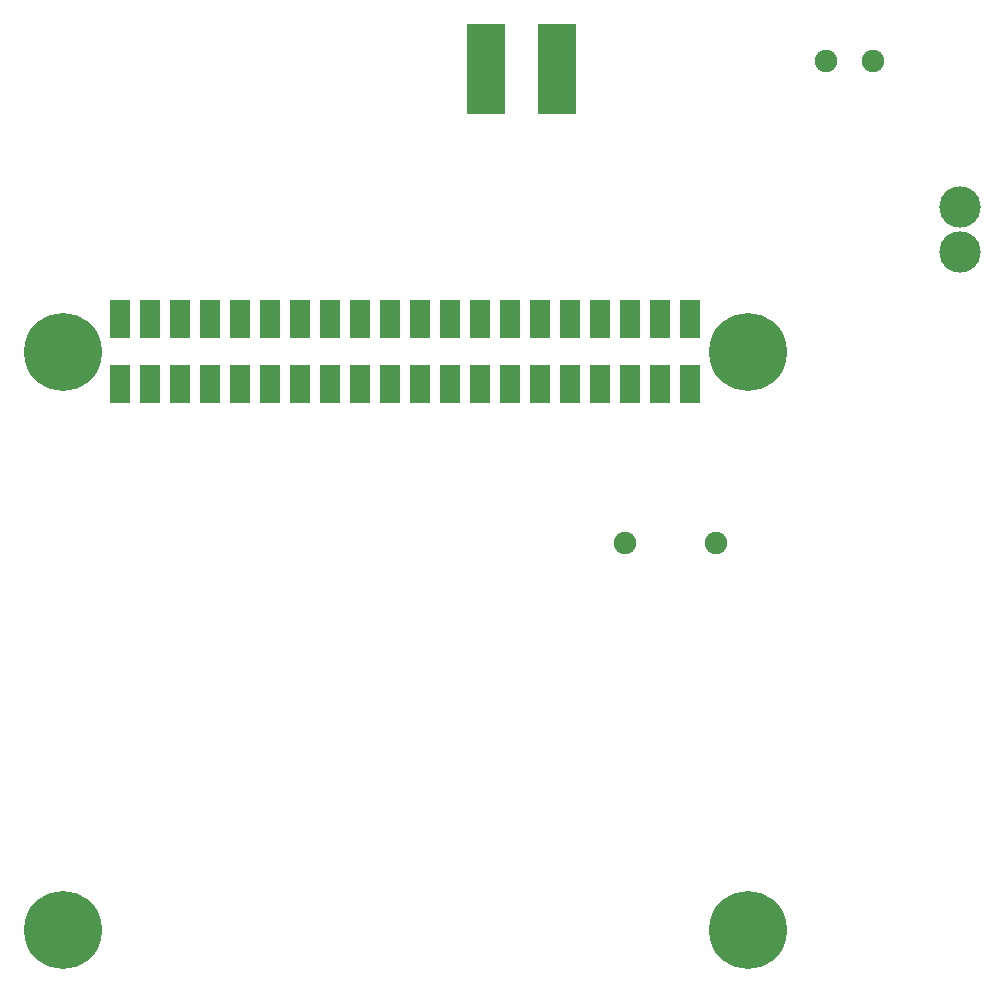
<source format=gbs>
G04 project-name*
%FSLAX35Y35*%
%MOMM*%
G04 rpi.3v3(1)*
%LPD*%
%ADD10R,1.7X3.3000000000000003*%
D10*
X864955Y16125542D02*
D03*

G04 rpi.2(3)*
%LPD*%
D10*
X1118955Y16125542D02*
D03*

G04 rpi.3(5)*
%LPD*%
D10*
X1372955Y16125542D02*
D03*

G04 rpi.4(7)*
%LPD*%
D10*
X1626955Y16125542D02*
D03*

G04 rpi.gnd1(9)*
%LPD*%
D10*
X1880955Y16125542D02*
D03*

G04 rpi.17(11)*
%LPD*%
D10*
X2134955Y16125542D02*
D03*

G04 rpi.27(13)*
%LPD*%
D10*
X2388955Y16125542D02*
D03*

G04 rpi.22(15)*
%LPD*%
D10*
X2642955Y16125542D02*
D03*

G04 rpi.3v3(17)*
%LPD*%
D10*
X2896955Y16125542D02*
D03*

G04 rpi.10(19)*
%LPD*%
D10*
X3150955Y16125542D02*
D03*

G04 rpi.9(21)*
%LPD*%
D10*
X3404955Y16125542D02*
D03*

G04 rpi.11(23)*
%LPD*%
D10*
X3658955Y16125542D02*
D03*

G04 rpi.gnd2(25)*
%LPD*%
D10*
X3912955Y16125542D02*
D03*

G04 rpi.0(27)*
%LPD*%
D10*
X4166955Y16125542D02*
D03*

G04 rpi.5(29)*
%LPD*%
D10*
X4420955Y16125542D02*
D03*

G04 rpi.6(31)*
%LPD*%
D10*
X4674955Y16125542D02*
D03*

G04 rpi.13(33)*
%LPD*%
D10*
X4928955Y16125542D02*
D03*

G04 rpi.19(35)*
%LPD*%
D10*
X5182955Y16125542D02*
D03*

G04 rpi.26(37)*
%LPD*%
D10*
X5436955Y16125542D02*
D03*

G04 rpi.gnd3(39)*
%LPD*%
D10*
X5690955Y16125542D02*
D03*

G04 rpi.5v(2)*
%LPD*%
D10*
X864955Y16675542D02*
D03*

G04 rpi.5v(4)*
%LPD*%
D10*
X1118955Y16675542D02*
D03*

G04 rpi.gnd4(6)*
%LPD*%
D10*
X1372955Y16675542D02*
D03*

G04 rpi.14(8)*
%LPD*%
D10*
X1626955Y16675542D02*
D03*

G04 rpi.15(10)*
%LPD*%
D10*
X1880955Y16675542D02*
D03*

G04 rpi.18(12)*
%LPD*%
D10*
X2134955Y16675542D02*
D03*

G04 rpi.gnd5(14)*
%LPD*%
D10*
X2388955Y16675542D02*
D03*

G04 rpi.23(16)*
%LPD*%
D10*
X2642955Y16675542D02*
D03*

G04 rpi.24(18)*
%LPD*%
D10*
X2896955Y16675542D02*
D03*

G04 rpi.gnd6(20)*
%LPD*%
D10*
X3150955Y16675542D02*
D03*

G04 rpi.25(22)*
%LPD*%
D10*
X3404955Y16675542D02*
D03*

G04 rpi.8(24)*
%LPD*%
D10*
X3658955Y16675542D02*
D03*

G04 rpi.7(26)*
%LPD*%
D10*
X3912955Y16675542D02*
D03*

G04 rpi.1(28)*
%LPD*%
D10*
X4166955Y16675542D02*
D03*

G04 rpi.gnd7(30)*
%LPD*%
D10*
X4420955Y16675542D02*
D03*

G04 rpi.12(32)*
%LPD*%
D10*
X4674955Y16675542D02*
D03*

G04 rpi.gnd8(34)*
%LPD*%
D10*
X4928955Y16675542D02*
D03*

G04 rpi.16(36)*
%LPD*%
D10*
X5182955Y16675542D02*
D03*

G04 rpi.20(38)*
%LPD*%
D10*
X5436955Y16675542D02*
D03*

G04 rpi.21(40)*
%LPD*%
D10*
X5690955Y16675542D02*
D03*

G04 beep.b.c(1)*
%LPD*%
%ADD11C,1.9*%
D11*
X5136988Y14780092D02*
D03*

G04 beep.b.a(2)*
%LPD*%
D11*
X5906988Y14780092D02*
D03*

G04 _1.M3(1)*
%LPD*%
%ADD12C,6.6000000000000005*%
D12*
X377955Y16397353D02*
D03*

G04 _2.M3(1)*
%LPD*%
D12*
X6177955Y16397353D02*
D03*

G04 _3.M3(1)*
%LPD*%
D12*
X377955Y11497353D02*
D03*

G04 _4.M3(1)*
%LPD*%
D12*
X6177955Y11497353D02*
D03*

G04 P.C10.c(1)*
%LPD*%
D11*
X7239362Y18854316D02*
D03*

G04 P.C10.a(2)*
%LPD*%
D11*
X6839362Y18854316D02*
D03*

G04 P.C10.c(1)*
%LPD*%
D11*
X7239362Y18854316D02*
D03*

G04 P.C10.a(2)*
%LPD*%
D11*
X6839362Y18854316D02*
D03*

G04 cn.GND(1)*
%LPD*%
%ADD13C,3.5*%
D13*
X7970945Y17623353D02*
D03*

G04 cn.VCC(2)*
%LPD*%
D13*
X7970945Y17242353D02*
D03*

G04 P.L1.1(1)*
%LPD*%
%ADD14R,3.2X7.7*%
D14*
X3963301Y18789891D02*
D03*

G04 P.L1.2(2)*
%LPD*%
D14*
X4563302Y18789891D02*
D03*

M02*
</source>
